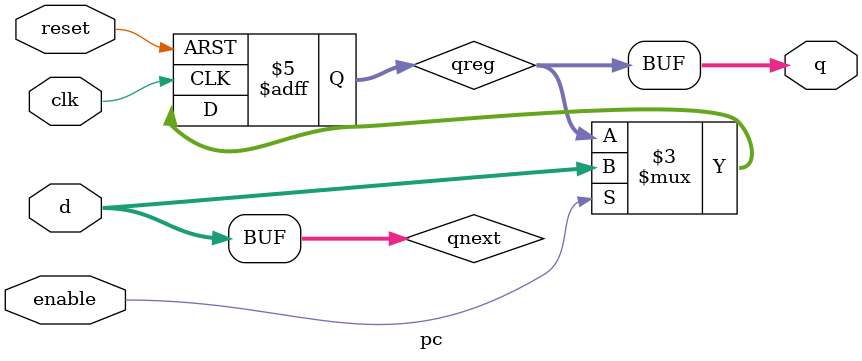
<source format=sv>
`timescale 1ns / 1ps


module pc #(parameter n=32)
                            ( input logic clk,
                             input logic reset,
                             input logic enable,
                             input logic  [6:0] d,
                             output logic [6:0] q);//data memory only takes seven bites we will clip the incoming data
                             logic [6:0] qreg,qnext;
                             always_ff @(posedge clk,posedge reset)//async reset
                             begin
                                if(reset)
                                begin
                                    qreg<='b0;
                                    
                                end
                                else
                                if(enable)
                                begin
                                    qreg<=qnext;
                                end                               
                                
                             end
                             
                             always_comb
                             begin
                                qnext=d[6:0];//if memory is bigger dont clip
                             end
                             
                             assign q=qreg;
endmodule

</source>
